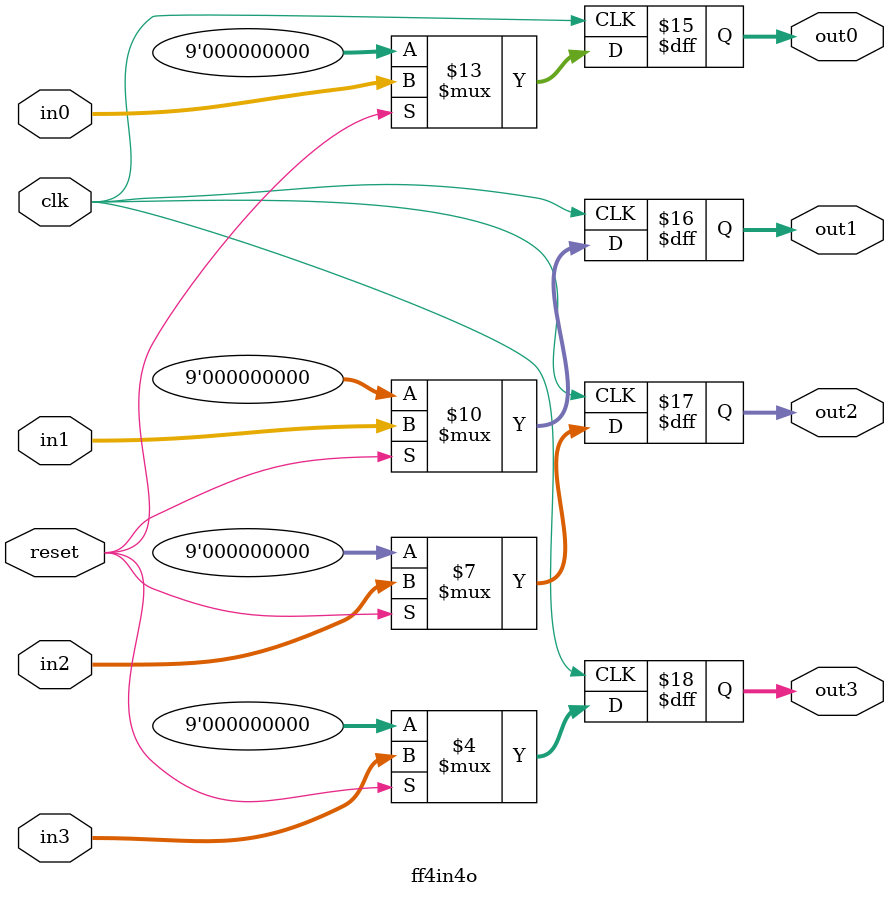
<source format=v>


  module ff4in4o(
      input clk,
      input reset,
      // Inputs, are 4
      input wire [8:0] in0,
      input wire [8:0] in1,
      input wire [8:0] in2,
      input wire [8:0] in3,
      // Outputs, are 4
      output reg [8:0] out0,
      output reg [8:0] out1,
      output reg [8:0] out2,
      output reg [8:0] out3
  );
  // Each positive edge of the clock make these changes
  always @(posedge clk)
  //If this happens on a positive edge of the clock, make the following changes for the next clock edge
  begin
    // Reset synchronous
    if (reset == 0) // If reset in LOW nonblobking assing zero
    begin
      out0 <= 0;
      out1 <= 0;
      out2 <= 0;
      out3 <= 0;
    end // end if
    else begin // reset  == 1
      out0 <= in0;
      out1 <= in1;
      out2 <= in2;
      out3 <= in3;
    end // end else
  end // end always posedge clk

endmodule

</source>
